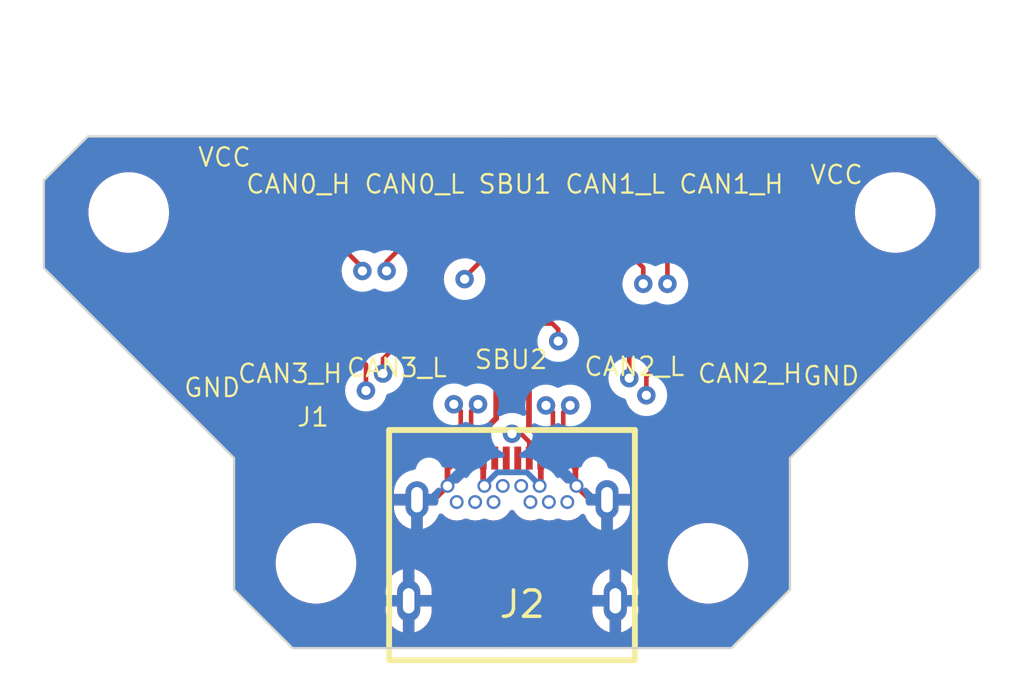
<source format=kicad_pcb>
(kicad_pcb (version 20240108) (generator "pcbnew") (generator_version "8.0")
  (layers (0 "F.Cu" signal "VCC") (1 "In1.Cu" signal "Data1") (2 "In2.Cu" signal "Data2") (31 "B.Cu" signal "GND") (34 "B.Paste" user) (35 "F.Paste" user) (36 "B.SilkS" user "B.Silkscreen") (37 "F.SilkS" user "F.Silkscreen") (38 "B.Mask" user) (39 "F.Mask" user) (44 "Edge.Cuts" user))
  (net 0 "")
  (net 1 "+12V")
  (net 2 "/CAN2_N")
  (net 3 "/CAN1_P")
  (net 4 "GND")
  (net 8 "/SBU1")
  (net 9 "/CAN2_P")
  (net 10 "/CAN1_N")
  (net 11 "/CAN0_P")
  (net 12 "/CAN3_N")
  (net 15 "/SBU2")
  (net 16 "/CAN3_P")
  (net 17 "/CAN0_N")
  (footprint "MountingHole:MountingHole_3mm" (layer "F.Cu") (at 123.698 76.962)
    (property "Reference" "H1" (hide yes))
    (property "Value" "MountingHole" (hide yes))
    (pad "" np_thru_hole circle (at 0 0) (size 3 3) (drill 3) (layers "*.Cu" "*.Mask"))
  )
  (footprint "CommaPogo_Library:USB-C-SMD_HC005-1A1H1A103-0HR" (layer "F.Cu") (at 140.335 90.73)
    (property "Reference" "J2" (at -0.635 3.25 0) (layer "F.SilkS") (effects (font (size 1.143 1.143) (thickness 0.152)) (justify left)))
    (property "Value" "Conn_02x12_Row_Letter_Last" (hide yes))
    (fp_line (start -5.334 -4.318) (end 5.334 -4.318) (stroke (width 0.254)) (layer "F.SilkS"))
    (fp_line (start -5.334 5.682) (end -5.334 -4.318) (stroke (width 0.254)) (layer "F.SilkS"))
    (fp_line (start 5.334 -4.318) (end 5.334 5.682) (stroke (width 0.254)) (layer "F.SilkS"))
    (fp_line (start 5.334 5.682) (end -5.334 5.682) (stroke (width 0.254)) (layer "F.SilkS"))
    (pad "" np_thru_hole circle (at -3.6 -2.54) (size 0.65 0.65) (drill 0.65) (layers "*.Cu" "*.Mask"))
    (pad "" np_thru_hole circle (at 3.59 -2.58) (size 0.65 0.65) (drill 0.65) (layers "*.Cu" "*.Mask"))
    (pad "1" thru_hole oval (at -4.125 -1.29) (size 1 1.6) (drill oval 0.5 1.1) (layers "*.Cu" "*.Paste" "*.Mask") (net 4 "GND"))
    (pad "2" thru_hole oval (at -4.485 3.1) (size 1 1.8) (drill oval 0.5 1.1) (layers "*.Cu" "*.Paste" "*.Mask") (net 4 "GND"))
    (pad "3" thru_hole oval (at 4.485 3.1) (size 1 1.8) (drill oval 0.5 1.1) (layers "*.Cu" "*.Paste" "*.Mask") (net 4 "GND"))
    (pad "4" thru_hole oval (at 4.125 -1.29) (size 1 1.7) (drill oval 0.5 1.1) (layers "*.Cu" "*.Paste" "*.Mask") (net 4 "GND"))
    (pad "A1" smd rect (at -2.75 -3.1) (size 0.3 1) (layers "F.Cu" "F.Paste" "F.Mask") (net 4 "GND"))
    (pad "A2" smd rect (at -2.25 -3.1) (size 0.3 1) (layers "F.Cu" "F.Paste" "F.Mask") (net 11 "/CAN0_P"))
    (pad "A3" smd rect (at -1.75 -3.1) (size 0.3 1) (layers "F.Cu" "F.Paste" "F.Mask") (net 17 "/CAN0_N"))
    (pad "A4" smd rect (at -1.25 -3.1) (size 0.3 1) (layers "F.Cu" "F.Paste" "F.Mask") (net 1 "+12V"))
    (pad "A5" smd rect (at -0.75 -3.1) (size 0.3 1) (layers "F.Cu" "F.Paste" "F.Mask"))
    (pad "A6" smd rect (at -0.25 -3.1) (size 0.3 1) (layers "F.Cu" "F.Paste" "F.Mask"))
    (pad "A7" smd rect (at 0.25 -3.1) (size 0.3 1) (layers "F.Cu" "F.Paste" "F.Mask"))
    (pad "A8" smd rect (at 0.75 -3.1) (size 0.3 1) (layers "F.Cu" "F.Paste" "F.Mask") (net 8 "/SBU1"))
    (pad "A9" smd rect (at 1.25 -3.1) (size 0.3 1) (layers "F.Cu" "F.Paste" "F.Mask") (net 1 "+12V"))
    (pad "A10" smd rect (at 1.75 -3.1) (size 0.3 1) (layers "F.Cu" "F.Paste" "F.Mask") (net 10 "/CAN1_N"))
    (pad "A11" smd rect (at 2.25 -3.1) (size 0.3 1) (layers "F.Cu" "F.Paste" "F.Mask") (net 3 "/CAN1_P"))
    (pad "A12" smd rect (at 2.75 -3.1) (size 0.3 1) (layers "F.Cu" "F.Paste" "F.Mask") (net 4 "GND"))
    (pad "B1" thru_hole circle (at 2.8 -1.89) (size 0.6 0.6) (drill 0.4) (layers "*.Cu" "*.Paste" "*.Mask") (net 4 "GND"))
    (pad "B2" thru_hole circle (at 2.4 -1.19) (size 0.6 0.6) (drill 0.4) (layers "*.Cu" "*.Paste" "*.Mask") (net 9 "/CAN2_P"))
    (pad "B3" thru_hole circle (at 1.6 -1.19) (size 0.6 0.6) (drill 0.4) (layers "*.Cu" "*.Paste" "*.Mask") (net 2 "/CAN2_N"))
    (pad "B4" thru_hole circle (at 1.2 -1.89) (size 0.6 0.6) (drill 0.4) (layers "*.Cu" "*.Paste" "*.Mask") (net 1 "+12V"))
    (pad "B5" thru_hole circle (at 0.8 -1.19) (size 0.6 0.6) (drill 0.4) (layers "*.Cu" "*.Paste" "*.Mask"))
    (pad "B6" thru_hole circle (at 0.4 -1.89) (size 0.6 0.6) (drill 0.4) (layers "*.Cu" "*.Paste" "*.Mask"))
    (pad "B7" thru_hole circle (at -0.4 -1.89) (size 0.6 0.6) (drill 0.4) (layers "*.Cu" "*.Paste" "*.Mask"))
    (pad "B8" thru_hole circle (at -0.8 -1.19) (size 0.6 0.6) (drill 0.4) (layers "*.Cu" "*.Paste" "*.Mask") (net 15 "/SBU2"))
    (pad "B9" thru_hole circle (at -1.2 -1.89) (size 0.6 0.6) (drill 0.4) (layers "*.Cu" "*.Paste" "*.Mask") (net 1 "+12V"))
    (pad "B10" thru_hole circle (at -1.6 -1.19) (size 0.6 0.6) (drill 0.4) (layers "*.Cu" "*.Paste" "*.Mask") (net 12 "/CAN3_N"))
    (pad "B11" thru_hole circle (at -2.4 -1.19) (size 0.6 0.6) (drill 0.4) (layers "*.Cu" "*.Paste" "*.Mask") (net 16 "/CAN3_P"))
    (pad "B12" thru_hole circle (at -2.8 -1.89) (size 0.6 0.6) (drill 0.4) (layers "*.Cu" "*.Paste" "*.Mask") (net 4 "GND"))
  )
  (footprint "MountingHole:MountingHole_3mm" (layer "F.Cu") (at 148.844 92.202)
    (property "Reference" "H4" (hide yes))
    (property "Value" "MountingHole" (hide yes))
    (pad "" np_thru_hole circle (at 0 0) (size 3 3) (drill 3) (layers "*.Cu" "*.Mask"))
  )
  (footprint "MountingHole:MountingHole_3mm" (layer "F.Cu") (at 131.826 92.202)
    (property "Reference" "H3" (hide yes))
    (property "Value" "MountingHole" (hide yes))
    (pad "" np_thru_hole circle (at 0 0) (size 3 3) (drill 3) (layers "*.Cu" "*.Mask"))
  )
  (footprint "MountingHole:MountingHole_3mm" (layer "F.Cu") (at 156.972 76.962)
    (property "Reference" "H2" (hide yes))
    (property "Value" "MountingHole" (hide yes))
    (pad "" np_thru_hole circle (at 0 0) (size 3 3) (drill 3) (layers "*.Cu" "*.Mask"))
  )
  (footprint "CommaPogo_Library:2x7_Pogo_Male" (layer "F.Cu") (at 140.335 83.82)
    (property "Reference" "J1" (at -8.636 2.032 0) (layer "F.SilkS") (effects (font (size 0.8 0.8) (thickness 0.1))))
    (property "Value" "Conn_02x07_Row_Letter_Last")
    (fp_text user "VCC" (at 12.8778 -8.0264 0) (layer "F.SilkS") (effects (font (size 0.8 0.8) (thickness 0.1)) (justify left bottom)))
    (fp_text user "CAN3_H" (at -11.9634 0.6096 0) (layer "F.SilkS") (effects (font (size 0.8 0.8) (thickness 0.1)) (justify left bottom)))
    (fp_text user "CAN0_L" (at -6.470619 -7.62 0) (layer "F.SilkS") (effects (font (size 0.8 0.8) (thickness 0.1)) (justify left bottom)))
    (fp_text user "SBU1" (at -1.524 -7.62 0) (layer "F.SilkS") (effects (font (size 0.8 0.8) (thickness 0.1)) (justify left bottom)))
    (fp_text user "GND" (at -14.3002 1.2192 0) (layer "F.SilkS") (effects (font (size 0.8 0.8) (thickness 0.1)) (justify left bottom)))
    (fp_text user "SBU2" (at -1.686048 0 0) (layer "F.SilkS") (effects (font (size 0.8 0.8) (thickness 0.1)) (justify left bottom)))
    (fp_text user "CAN2_H" (at 8.001 0.6096 0) (layer "F.SilkS") (effects (font (size 0.8 0.8) (thickness 0.1)) (justify left bottom)))
    (fp_text user "CAN0_H" (at -11.607714 -7.62 0) (layer "F.SilkS") (effects (font (size 0.8 0.8) (thickness 0.1)) (justify left bottom)))
    (fp_text user "CAN3_L" (at -7.239 0.3556 0) (layer "F.SilkS") (effects (font (size 0.8 0.8) (thickness 0.1)) (justify left bottom)))
    (fp_text user "CAN1_L" (at 2.241667 -7.62 0) (layer "F.SilkS") (effects (font (size 0.8 0.8) (thickness 0.1)) (justify left bottom)))
    (fp_text user "CAN2_L" (at 3.0734 0.3048 0) (layer "F.SilkS") (effects (font (size 0.8 0.8) (thickness 0.1)) (justify left bottom)))
    (fp_text user "CAN1_H" (at 7.188286 -7.62 0) (layer "F.SilkS") (effects (font (size 0.8 0.8) (thickness 0.1)) (justify left bottom)))
    (pad "1" smd circle (at -12.192 -6.096) (size 2.5 2.5) (layers "F.Cu" "F.Paste" "F.Mask") (net 1 "+12V"))
    (pad "2" smd circle (at -8.128 -6.096) (size 2.5 2.5) (layers "F.Cu" "F.Paste" "F.Mask") (net 11 "/CAN0_P"))
    (pad "3" smd circle (at -4.064 -6.096) (size 2.5 2.5) (layers "F.Cu" "F.Paste" "F.Mask") (net 17 "/CAN0_N"))
    (pad "4" smd circle (at 0 -6.096) (size 2.5 2.5) (layers "F.Cu" "F.Paste" "F.Mask") (net 8 "/SBU1"))
    (pad "5" smd circle (at 4.064 -6.096) (size 2.5 2.5) (layers "F.Cu" "F.Paste" "F.Mask") (net 10 "/CAN1_N"))
    (pad "6" smd circle (at 8.128 -6.096) (size 2.5 2.5) (layers "F.Cu" "F.Paste" "F.Mask") (net 3 "/CAN1_P"))
    (pad "7" smd circle (at 12.192 -6.096) (size 2.5 2.5) (layers "F.Cu" "F.Paste" "F.Mask") (net 1 "+12V"))
    (pad "8" smd circle (at -12.192 -2.032) (size 2.5 2.5) (layers "F.Cu" "F.Paste" "F.Mask") (net 4 "GND"))
    (pad "9" smd circle (at -8.128 -2.032) (size 2.5 2.5) (layers "F.Cu" "F.Paste" "F.Mask") (net 16 "/CAN3_P"))
    (pad "10" smd circle (at -4.064 -2.032) (size 2.5 2.5) (layers "F.Cu" "F.Paste" "F.Mask") (net 12 "/CAN3_N"))
    (pad "11" smd circle (at 0 -2.032) (size 2.5 2.5) (layers "F.Cu" "F.Paste" "F.Mask") (net 15 "/SBU2"))
    (pad "12" smd circle (at 4.064 -2.032) (size 2.5 2.5) (layers "F.Cu" "F.Paste" "F.Mask") (net 2 "/CAN2_N"))
    (pad "13" smd circle (at 8.128 -2.032) (size 2.5 2.5) (layers "F.Cu" "F.Paste" "F.Mask") (net 9 "/CAN2_P"))
    (pad "14" smd circle (at 12.192 -2.032) (size 2.5 2.5) (layers "F.Cu" "F.Paste" "F.Mask") (net 4 "GND"))
  )
  (gr_line (start 158.75 73.66) (end 160.655 75.565) (stroke (width 0.1)) (layer "Edge.Cuts"))
  (gr_line (start 160.655 75.565) (end 160.655 79.375) (stroke (width 0.1)) (layer "Edge.Cuts"))
  (gr_line (start 140.335 73.66) (end 158.75 73.66) (stroke (width 0.1)) (layer "Edge.Cuts"))
  (gr_line (start 121.92 73.66) (end 140.335 73.66) (stroke (width 0.1)) (layer "Edge.Cuts"))
  (gr_line (start 120.015 79.375) (end 120.015 75.565) (stroke (width 0.1)) (layer "Edge.Cuts"))
  (gr_line (start 160.655 79.375) (end 159.385 80.645) (stroke (width 0.1)) (layer "Edge.Cuts"))
  (gr_line (start 120.015 75.565) (end 121.92 73.66) (stroke (width 0.1)) (layer "Edge.Cuts"))
  (gr_line (start 128.27 87.63) (end 128.27 93.345) (stroke (width 0.1)) (layer "Edge.Cuts"))
  (gr_line (start 159.385 80.645) (end 152.4 87.63) (stroke (width 0.1)) (layer "Edge.Cuts"))
  (gr_line (start 152.4 87.63) (end 152.4 93.345) (stroke (width 0.1)) (layer "Edge.Cuts"))
  (gr_line (start 140.335 95.885) (end 130.81 95.885) (stroke (width 0.1)) (layer "Edge.Cuts"))
  (gr_line (start 121.285 80.645) (end 120.015 79.375) (stroke (width 0.1)) (layer "Edge.Cuts"))
  (gr_line (start 149.86 95.885) (end 140.335 95.885) (stroke (width 0.1)) (layer "Edge.Cuts"))
  (gr_line (start 130.81 95.885) (end 128.27 93.345) (stroke (width 0.1)) (layer "Edge.Cuts"))
  (gr_line (start 128.27 87.63) (end 121.285 80.645) (stroke (width 0.1)) (layer "Edge.Cuts"))
  (gr_line (start 152.4 93.345) (end 149.86 95.885) (stroke (width 0.1)) (layer "Edge.Cuts"))
  (gr_text "VCC" (at 126.6444 75.0316 0) (layer "F.SilkS") (effects (font (size 0.8 0.8) (thickness 0.1)) (justify left bottom)))
  (gr_text "GND" (at 152.908 84.5312 0) (layer "F.SilkS") (effects (font (size 0.8 0.8) (thickness 0.1)) (justify left bottom)))
  (segment (start 141.5796 83.9724) (end 143.4592 83.9724) (width 0.25) (layer "F.Cu") (net 1))
  (segment (start 146.1516 87.3252) (end 150.368 83.1088) (width 0.25) (layer "F.Cu") (net 1))
  (segment (start 143.4592 83.9724) (end 144.1704 84.6836) (width 0.25) (layer "F.Cu") (net 1))
  (segment (start 141.0716 84.4804) (end 141.5796 83.9724) (width 0.25) (layer "F.Cu") (net 1))
  (segment (start 139.6492 84.6328) (end 138.938 83.9216) (width 0.25) (layer "F.Cu") (net 1))
  (segment (start 136.8552 83.9216) (end 136.144 84.6328) (width 0.25) (layer "F.Cu") (net 1))
  (segment (start 139.085 87.63) (end 139.085 88.79) (width 0.25) (layer "F.Cu") (net 1))
  (segment (start 141.585 86.7718) (end 141.0716 86.2584) (width 0.25) (layer "F.Cu") (net 1))
  (segment (start 150.368 83.1088) (end 150.368 79.883) (width 0.25) (layer "F.Cu") (net 1))
  (segment (start 141.585 88.79) (end 141.535 88.84) (width 0.25) (layer "F.Cu") (net 1))
  (segment (start 139.085 86.467) (end 139.6492 85.9028) (width 0.25) (layer "F.Cu") (net 1))
  (segment (start 141.585 87.63) (end 141.585 88.79) (width 0.25) (layer "F.Cu") (net 1))
  (segment (start 136.144 86.9696) (end 135.0772 88.0364) (width 0.25) (layer "F.Cu") (net 1))
  (segment (start 141.585 87.63) (end 141.585 86.7718) (width 0.25) (layer "F.Cu") (net 1))
  (segment (start 136.144 84.6328) (end 136.144 86.9696) (width 0.25) (layer "F.Cu") (net 1))
  (segment (start 139.085 87.63) (end 139.085 86.467) (width 0.25) (layer "F.Cu") (net 1))
  (segment (start 130.1496 79.7306) (end 128.143 77.724) (width 0.25) (layer "F.Cu") (net 1))
  (segment (start 139.085 88.79) (end 139.135 88.84) (width 0.25) (layer "F.Cu") (net 1))
  (segment (start 150.368 79.883) (end 152.527 77.724) (width 0.25) (layer "F.Cu") (net 1))
  (segment (start 144.1704 87.3252) (end 146.1516 87.3252) (width 0.25) (layer "F.Cu") (net 1))
  (segment (start 130.1496 83.1088) (end 130.1496 79.7306) (width 0.25) (layer "F.Cu") (net 1))
  (segment (start 139.6492 85.9028) (end 139.6492 84.6328) (width 0.25) (layer "F.Cu") (net 1))
  (segment (start 141.0716 86.2584) (end 141.0716 84.4804) (width 0.25) (layer "F.Cu") (net 1))
  (segment (start 135.0772 88.0364) (end 130.1496 83.1088) (width 0.25) (layer "F.Cu") (net 1))
  (segment (start 138.938 83.9216) (end 136.8552 83.9216) (width 0.25) (layer "F.Cu") (net 1))
  (segment (start 144.1704 84.6836) (end 144.1704 87.3252) (width 0.25) (layer "F.Cu") (net 1))
  (segment (start 139.135 88.805613) (end 139.690613 88.25) (width 0.25) (layer "B.Cu") (net 1))
  (segment (start 139.135 88.84) (end 139.135 88.805613) (width 0.25) (layer "B.Cu") (net 1))
  (segment (start 141.535 88.805613) (end 141.535 88.84) (width 0.25) (layer "B.Cu") (net 1))
  (segment (start 139.690613 88.25) (end 140.979387 88.25) (width 0.25) (layer "B.Cu") (net 1))
  (segment (start 140.979387 88.25) (end 141.535 88.805613) (width 0.25) (layer "B.Cu") (net 1))
  (segment (start 145.424768 84.159968) (end 145.424768 82.813768) (width 0.2) (layer "F.Cu") (net 2))
  (segment (start 145.424768 82.813768) (end 144.399 81.788) (width 0.2) (layer "F.Cu") (net 2))
  (via (at 145.424768 84.159968) (size 0.8) (drill 0.4) (layers "F.Cu" "B.Cu") (net 2))
  (segment (start 142.560001 85.643999) (end 142.86 85.344) (width 0.2) (layer "F.Cu") (net 3))
  (segment (start 147.083 79.104) (end 148.463 77.724) (width 0.2) (layer "F.Cu") (net 3))
  (segment (start 142.585 87.63) (end 142.560001 87.605001) (width 0.2) (layer "F.Cu") (net 3))
  (segment (start 142.560001 87.605001) (end 142.560001 85.643999) (width 0.2) (layer "F.Cu") (net 3))
  (segment (start 147.083 80.0608) (end 147.083 79.104) (width 0.2) (layer "F.Cu") (net 3))
  (via (at 142.86 85.344) (size 0.8) (drill 0.4) (layers "F.Cu" "B.Cu") (net 3))
  (via (at 147.083 80.0608) (size 0.8) (drill 0.4) (layers "F.Cu" "B.Cu") (net 3))
  (segment (start 137.535 88.84) (end 137.535 87.68) (width 0.25) (layer "F.Cu") (net 4))
  (segment (start 143.085 87.63) (end 143.085 88.79) (width 0.25) (layer "F.Cu") (net 4))
  (segment (start 136.21 89.44) (end 136.935 89.44) (width 0.25) (layer "F.Cu") (net 4))
  (segment (start 136.935 89.44) (end 137.535 88.84) (width 0.25) (layer "F.Cu") (net 4))
  (segment (start 143.135 88.84) (end 143.735 89.44) (width 0.25) (layer "F.Cu") (net 4))
  (segment (start 143.085 88.79) (end 143.135 88.84) (width 0.25) (layer "F.Cu") (net 4))
  (segment (start 143.735 89.44) (end 144.46 89.44) (width 0.25) (layer "F.Cu") (net 4))
  (segment (start 137.535 87.68) (end 137.585 87.63) (width 0.25) (layer "F.Cu") (net 4))
  (segment (start 138.2776 79.7814) (end 140.335 77.724) (width 0.2) (layer "F.Cu") (net 8))
  (segment (start 141.085 87.63) (end 141.085 86.93) (width 0.2) (layer "F.Cu") (net 8))
  (segment (start 140.728937 86.573937) (end 140.334898 86.573937) (width 0.2) (layer "F.Cu") (net 8))
  (segment (start 138.2776 79.8576) (end 138.2776 79.7814) (width 0.2) (layer "F.Cu") (net 8))
  (segment (start 141.085 86.93) (end 140.728937 86.573937) (width 0.2) (layer "F.Cu") (net 8))
  (via (at 138.2776 79.8576) (size 0.8) (drill 0.4) (layers "F.Cu" "B.Cu") (net 8))
  (via (at 140.334898 86.573937) (size 0.8) (drill 0.4) (layers "F.Cu" "B.Cu") (net 8))
  (segment (start 146.167232 84.902432) (end 146.167232 84.083768) (width 0.2) (layer "F.Cu") (net 9))
  (segment (start 146.167232 84.083768) (end 148.463 81.788) (width 0.2) (layer "F.Cu") (net 9))
  (via (at 146.167232 84.902432) (size 0.8) (drill 0.4) (layers "F.Cu" "B.Cu") (net 9))
  (segment (start 142.109999 85.643999) (end 141.81 85.344) (width 0.2) (layer "F.Cu") (net 10))
  (segment (start 146.033 79.358) (end 144.399 77.724) (width 0.2) (layer "F.Cu") (net 10))
  (segment (start 146.033 80.0608) (end 146.033 79.358) (width 0.2) (layer "F.Cu") (net 10))
  (segment (start 142.085 87.63) (end 142.109999 87.605001) (width 0.2) (layer "F.Cu") (net 10))
  (segment (start 142.109999 87.605001) (end 142.109999 85.643999) (width 0.2) (layer "F.Cu") (net 10))
  (via (at 141.81 85.344) (size 0.8) (drill 0.4) (layers "F.Cu" "B.Cu") (net 10))
  (via (at 146.033 80.0608) (size 0.8) (drill 0.4) (layers "F.Cu" "B.Cu") (net 10))
  (segment (start 133.841 79.502) (end 133.841 79.358) (width 0.2) (layer "F.Cu") (net 11))
  (segment (start 138.109999 85.593199) (end 137.81 85.2932) (width 0.2) (layer "F.Cu") (net 11))
  (segment (start 138.085 87.63) (end 138.109999 87.605001) (width 0.2) (layer "F.Cu") (net 11))
  (segment (start 133.841 79.358) (end 132.207 77.724) (width 0.2) (layer "F.Cu") (net 11))
  (segment (start 138.109999 87.605001) (end 138.109999 85.593199) (width 0.2) (layer "F.Cu") (net 11))
  (via (at 137.81 85.2932) (size 0.8) (drill 0.4) (layers "F.Cu" "B.Cu") (net 11))
  (via (at 133.841 79.502) (size 0.8) (drill 0.4) (layers "F.Cu" "B.Cu") (net 11))
  (segment (start 134.737232 83.956768) (end 134.737232 83.321768) (width 0.2) (layer "F.Cu") (net 12))
  (segment (start 134.737232 83.321768) (end 136.271 81.788) (width 0.2) (layer "F.Cu") (net 12))
  (via (at 134.737232 83.956768) (size 0.8) (drill 0.4) (layers "F.Cu" "B.Cu") (net 12))
  (segment (start 142.0876 81.788) (end 140.335 81.788) (width 0.2) (layer "F.Cu") (net 15))
  (segment (start 142.3416 82.55) (end 142.3416 82.042) (width 0.2) (layer "F.Cu") (net 15))
  (segment (start 142.3416 82.042) (end 142.0876 81.788) (width 0.2) (layer "F.Cu") (net 15))
  (via (at 142.3416 82.55) (size 0.8) (drill 0.4) (layers "F.Cu" "B.Cu") (net 15))
  (segment (start 133.994768 83.575768) (end 132.207 81.788) (width 0.2) (layer "F.Cu") (net 16))
  (segment (start 133.994768 84.699232) (end 133.994768 83.575768) (width 0.2) (layer "F.Cu") (net 16))
  (via (at 133.994768 84.699232) (size 0.8) (drill 0.4) (layers "F.Cu" "B.Cu") (net 16))
  (segment (start 138.560001 85.593199) (end 138.86 85.2932) (width 0.2) (layer "F.Cu") (net 17))
  (segment (start 138.585 87.63) (end 138.560001 87.605001) (width 0.2) (layer "F.Cu") (net 17))
  (segment (start 138.560001 87.605001) (end 138.560001 85.593199) (width 0.2) (layer "F.Cu") (net 17))
  (segment (start 134.891 79.502) (end 134.891 79.104) (width 0.2) (layer "F.Cu") (net 17))
  (segment (start 134.891 79.104) (end 136.271 77.724) (width 0.2) (layer "F.Cu") (net 17))
  (via (at 134.891 79.502) (size 0.8) (drill 0.4) (layers "F.Cu" "B.Cu") (net 17))
  (via (at 138.86 85.2932) (size 0.8) (drill 0.4) (layers "F.Cu" "B.Cu") (net 17))
  (zone (net 4) (net_name "GND") (layer "F.Cu") (priority 1) (connect_pads (clearance 0.5)) (min_thickness 0.25) (fill yes (thermal_gap 0.5) (thermal_bridge_width 0.5))
    (polygon (pts (xy 118.11 73.025) (xy 162.56 73.025) (xy 162.56 97.155) (xy 118.11 97.155)))
  )
  (zone (net 4) (net_name "GND") (layer "B.Cu") (connect_pads (clearance 0.5)) (min_thickness 0.25) (fill yes (thermal_gap 0.5) (thermal_bridge_width 0.5) (smoothing chamfer))
    (polygon (pts (xy 118.745 73.025) (xy 161.925 73.025) (xy 161.925 85.725) (xy 150.495 97.155) (xy 130.175 97.155) (xy 118.745 85.725)))
  )
)
</source>
